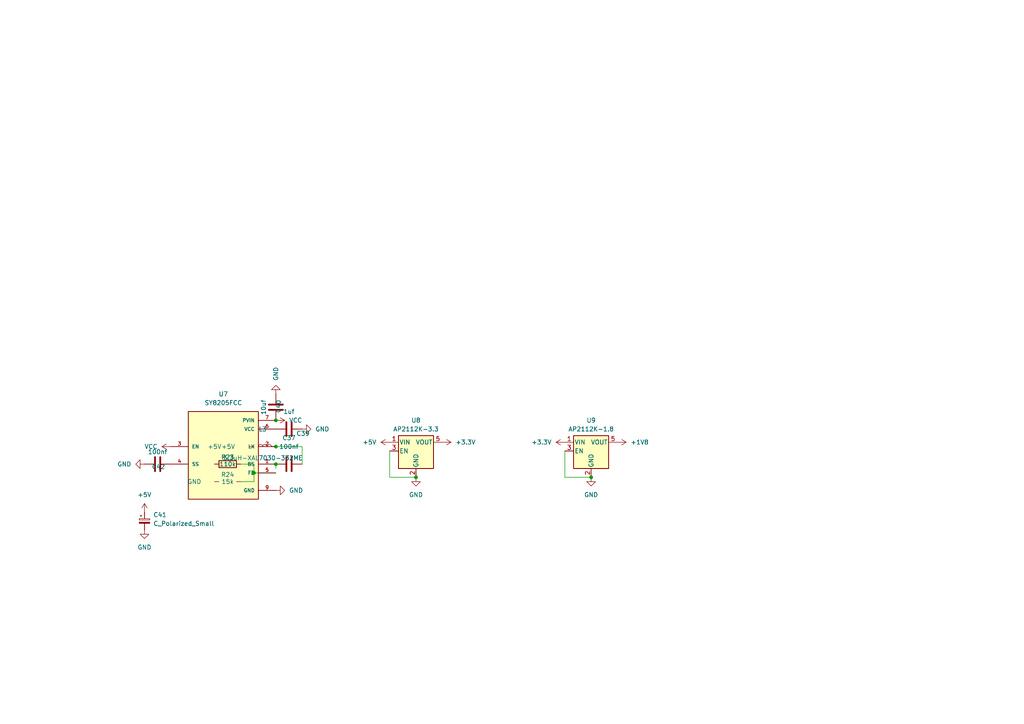
<source format=kicad_sch>
(kicad_sch (version 20250114) (generator "eeschema") (generator_version "9.0")
  (paper "A4")
  (title_block (title "Blitz"))
  (lib_symbols
    (symbol "Device:C" (pin_numbers (hide yes)) (pin_names (offset 0.254))
      (property "Reference" "C" (at 0.635 2.54 0))
      (property "Value" "C" (at 0.635 -2.54 0))
      (symbol "C_0_1"
        (polyline (pts (xy -2.032 0.762) (xy 2.032 0.762)) (stroke (width 0.508)))
        (polyline (pts (xy -2.032 -0.762) (xy 2.032 -0.762)) (stroke (width 0.508)))
      )
      (symbol "C_1_1"
        (pin passive line (at 0 3.81 270) (length 2.794) (name "~") (number "1"))
        (pin passive line (at 0 -3.81 90) (length 2.794) (name "~") (number "2"))
      )
    )
    (symbol "Device:C_Polarized_Small" (pin_numbers (hide yes)) (pin_names (offset 0.254) (hide yes))
      (property "Reference" "C" (at 0.254 1.778 0))
      (property "Value" "C_Polarized_Small" (at 0.254 -2.032 0))
      (symbol "C_Polarized_Small_0_1"
        (rectangle (start -1.524 0.6858) (end 1.524 0.3048))
        (rectangle (start -1.524 -0.3048) (end 1.524 -0.6858) (fill (type outline)))
        (polyline (pts (xy -1.27 1.524) (xy -0.762 1.524)))
        (polyline (pts (xy -1.016 1.27) (xy -1.016 1.778)))
      )
      (symbol "C_Polarized_Small_1_1"
        (pin passive line (at 0 2.54 270) (length 1.8542) (name "~") (number "1"))
        (pin passive line (at 0 -2.54 90) (length 1.8542) (name "~") (number "2"))
      )
    )
    (symbol "Device:L" (pin_numbers (hide yes)) (pin_names (offset 1.016) (hide yes))
      (property "Reference" "L" (at -1.27 0 90))
      (property "Value" "L" (at 1.905 0 90))
      (symbol "L_0_1"
        (arc (start 0 2.54) (mid 0.6323 1.905) (end 0 1.27))
        (arc (start 0 1.27) (mid 0.6323 0.635) (end 0 0))
        (arc (start 0 0) (mid 0.6323 -0.635) (end 0 -1.27))
        (arc (start 0 -1.27) (mid 0.6323 -1.905) (end 0 -2.54))
      )
      (symbol "L_1_1"
        (pin passive line (at 0 3.81 270) (length 1.27) (name "1") (number "1"))
        (pin passive line (at 0 -3.81 90) (length 1.27) (name "2") (number "2"))
      )
    )
    (symbol "Device:R" (pin_numbers (hide yes)) (pin_names (offset 0))
      (property "Reference" "R" (at 2.032 0 90))
      (property "Value" "R" (at 0 0 90))
      (symbol "R_0_1"
        (rectangle (start -1.016 -2.54) (end 1.016 2.54) (stroke (width 0.254)))
      )
      (symbol "R_1_1"
        (pin passive line (at 0 3.81 270) (length 1.27) (name "~") (number "1"))
        (pin passive line (at 0 -3.81 90) (length 1.27) (name "~") (number "2"))
      )
    )
    (symbol "Regulator_Linear:AP2112K-1.8" (pin_names (offset 0.254))
      (property "Reference" "U" (at -5.08 5.715 0))
      (property "Value" "AP2112K-1.8" (at 0 5.715 0))
      (symbol "AP2112K-1.8_0_1"
        (rectangle (start -5.08 4.445) (end 5.08 -5.08) (stroke (width 0.254)) (fill (type background)))
      )
      (symbol "AP2112K-1.8_1_1"
        (pin power_in line (at -7.62 2.54 0) (length 2.54) (name "VIN") (number "1"))
        (pin input line (at -7.62 0 0) (length 2.54) (name "EN") (number "3"))
        (pin power_in line (at 0 -7.62 90) (length 2.54) (name "GND") (number "2"))
        (pin no_connect line (at 5.08 0 180) (length 2.54) (hide yes) (name "NC") (number "4"))
        (pin power_out line (at 7.62 2.54 180) (length 2.54) (name "VOUT") (number "5"))
      )
    )
    (symbol "Regulator_Linear:AP2112K-3.3" (pin_names (offset 0.254))
      (property "Reference" "U" (at -5.08 5.715 0))
      (property "Value" "AP2112K-3.3" (at 0 5.715 0))
      (symbol "AP2112K-3.3_0_1"
        (rectangle (start -5.08 4.445) (end 5.08 -5.08) (stroke (width 0.254)) (fill (type background)))
      )
      (symbol "AP2112K-3.3_1_1"
        (pin power_in line (at -7.62 2.54 0) (length 2.54) (name "VIN") (number "1"))
        (pin input line (at -7.62 0 0) (length 2.54) (name "EN") (number "3"))
        (pin power_in line (at 0 -7.62 90) (length 2.54) (name "GND") (number "2"))
        (pin no_connect line (at 5.08 0 180) (length 2.54) (hide yes) (name "NC") (number "4"))
        (pin power_out line (at 7.62 2.54 180) (length 2.54) (name "VOUT") (number "5"))
      )
    )
    (symbol "SY8205FCC:SY8205FCC" (pin_names (offset 1.016))
      (property "Reference" "U" (at -10.16 13.335 0))
      (property "Value" "SY8205FCC" (at -10.16 -15.24 0))
      (symbol "SY8205FCC_0_0"
        (rectangle (start -10.16 -12.7) (end 10.16 12.7) (stroke (width 0.254)) (fill (type background)))
        (pin passive line (at -15.24 2.54 0) (length 5.08) (name "EN") (number "3"))
        (pin passive line (at -15.24 -2.54 0) (length 5.08) (name "SS") (number "4"))
        (pin power_in line (at 15.24 10.16 180) (length 5.08) (name "PVIN") (number "7"))
        (pin power_in line (at 15.24 10.16 180) (length 5.08) (hide yes) (name "PVIN") (number "8"))
        (pin power_in line (at 15.24 7.62 180) (length 5.08) (name "VCC") (number "6"))
        (pin output line (at 15.24 2.54 180) (length 5.08) (name "LX") (number "2"))
        (pin passive line (at 15.24 -2.54 180) (length 5.08) (name "BS") (number "1"))
        (pin passive line (at 15.24 -5.08 180) (length 5.08) (name "FB") (number "5"))
        (pin power_in line (at 15.24 -10.16 180) (length 5.08) (name "GND") (number "9"))
      )
    )
    (symbol "power:+1V8" (power) (pin_numbers (hide yes)) (pin_names (offset 0) (hide yes))
      (property "Value" "+1V8" (at 0 3.556 0))
      (symbol "+1V8_0_1"
        (polyline (pts (xy -0.762 1.27) (xy 0 2.54)))
        (polyline (pts (xy 0 2.54) (xy 0.762 1.27)))
        (polyline (pts (xy 0 0) (xy 0 2.54)))
      )
      (symbol "+1V8_1_1"
        (pin power_in line (at 0 0 90) (length 0) (name "~") (number "1"))
      )
    )
    (symbol "power:+3.3V" (power) (pin_numbers (hide yes)) (pin_names (offset 0) (hide yes))
      (property "Value" "+3.3V" (at 0 3.556 0))
      (symbol "+3.3V_0_1"
        (polyline (pts (xy -0.762 1.27) (xy 0 2.54)))
        (polyline (pts (xy 0 2.54) (xy 0.762 1.27)))
        (polyline (pts (xy 0 0) (xy 0 2.54)))
      )
      (symbol "+3.3V_1_1"
        (pin power_in line (at 0 0 90) (length 0) (name "~") (number "1"))
      )
    )
    (symbol "power:+5V" (power) (pin_numbers (hide yes)) (pin_names (offset 0) (hide yes))
      (property "Value" "+5V" (at 0 3.556 0))
      (symbol "+5V_0_1"
        (polyline (pts (xy -0.762 1.27) (xy 0 2.54)))
        (polyline (pts (xy 0 2.54) (xy 0.762 1.27)))
        (polyline (pts (xy 0 0) (xy 0 2.54)))
      )
      (symbol "+5V_1_1"
        (pin power_in line (at 0 0 90) (length 0) (name "~") (number "1"))
      )
    )
    (symbol "power:GND" (power) (pin_numbers (hide yes)) (pin_names (offset 0) (hide yes))
      (property "Value" "GND" (at 0 -3.81 0))
      (symbol "GND_0_1"
        (polyline (pts (xy 0 0) (xy 0 -1.27) (xy 1.27 -1.27) (xy 0 -2.54) (xy -1.27 -1.27) (xy 0 -1.27)))
      )
      (symbol "GND_1_1"
        (pin power_in line (at 0 0 270) (length 0) (name "~") (number "1"))
      )
    )
    (symbol "power:VCC" (power) (pin_numbers (hide yes)) (pin_names (offset 0) (hide yes))
      (property "Value" "VCC" (at 0 3.556 0))
      (symbol "VCC_0_1"
        (polyline (pts (xy -0.762 1.27) (xy 0 2.54)))
        (polyline (pts (xy 0 2.54) (xy 0.762 1.27)))
        (polyline (pts (xy 0 0) (xy 0 2.54)))
      )
      (symbol "VCC_1_1"
        (pin power_in line (at 0 0 90) (length 0) (name "~") (number "1"))
      )
    )
  )
  (junction (at 73.66 137.16))
  (junction (at 171.45 138.43))
  (junction (at 80.01 129.54))
  (junction (at 80.01 134.62))
  (junction (at 80.01 121.92))
  (junction (at 120.65 138.43))
  (wire (pts (xy 80.01 129.54) (xy 87.63 129.54)))
  (wire (pts (xy 73.66 134.62) (xy 73.66 137.16)))
  (wire (pts (xy 80.01 135.89) (xy 80.01 134.62)))
  (wire (pts (xy 87.63 129.54) (xy 87.63 134.62)))
  (wire (pts (xy 73.66 137.16) (xy 80.01 137.16)))
  (wire (pts (xy 73.66 137.16) (xy 73.66 139.7)))
  (wire (pts (xy 69.85 134.62) (xy 73.66 134.62)))
  (wire (pts (xy 120.65 138.43) (xy 113.03 138.43)))
  (wire (pts (xy 171.45 138.43) (xy 163.83 138.43)))
  (wire (pts (xy 113.03 138.43) (xy 113.03 130.81)))
  (wire (pts (xy 69.85 139.7) (xy 73.66 139.7)))
  (wire (pts (xy 163.83 138.43) (xy 163.83 130.81)))
  (symbol (lib_id "Device:C_Polarized_Small") (at 41.91 151.13 0) (unit 1)
    (property "Reference" "C41" (at 44.45 149.3138 0) (effects (justify left)))
    (property "Value" "C_Polarized_Small" (at 44.45 151.8538 0) (effects (justify left)))
    (property "Footprint" "Capacitor_SMD:CP_Elec_3x5.3" (effects (hide yes)))
    (property "Description" "Polarized capacitor, small symbol" (effects (hide yes)))
  )
  (symbol (lib_id "Device:C") (at 45.72 134.62 90) (unit 1)
    (property "Reference" "C42" (at 45.974 135.382 90))
    (property "Value" "100nf" (at 45.72 131.064 90))
    (property "Footprint" "Capacitor_SMD:C_0402_1005Metric" (effects (hide yes)))
    (property "Description" "Unpolarized capacitor" (effects (hide yes)))
  )
  (symbol (lib_id "power:GND") (at 87.63 124.46 90) (unit 1)
    (property "Reference" "#PWR037" (effects (hide yes)))
    (property "Value" "GND" (at 91.44 124.4599 90) (effects (justify right)))
    (property "Description" "Power symbol creates a global label with name \"GND\" , ground" (effects (hide yes)))
  )
  (symbol (lib_id "power:GND") (at 41.91 134.62 270) (unit 1)
    (property "Reference" "#PWR045" (effects (hide yes)))
    (property "Value" "GND" (at 38.1 134.6199 90) (effects (justify right)))
    (property "Description" "Power symbol creates a global label with name \"GND\" , ground" (effects (hide yes)))
  )
  (symbol (lib_id "Regulator_Linear:AP2112K-1.8") (at 171.45 130.81 0) (unit 1)
    (property "Reference" "U9" (at 171.45 121.92 0))
    (property "Value" "AP2112K-1.8" (at 171.45 124.46 0))
    (property "Footprint" "Package_TO_SOT_SMD:SOT-23-5" (effects (hide yes)))
    (property "Datasheet" "https://www.diodes.com/assets/Datasheets/AP2112.pdf" (effects (hide yes)))
    (property "Description" "600mA low dropout linear regulator, with enable pin, 2.5V-6V input voltage range, 1.8V fixed positive output, SOT-23-5" (effects (hide yes)))
  )
  (symbol (lib_id "Device:C") (at 83.82 134.62 90) (unit 1)
    (property "Reference" "C37" (at 83.82 127 90))
    (property "Value" "100nf" (at 83.82 129.54 90))
    (property "Footprint" "Capacitor_SMD:C_1206_3216Metric_Pad1.33x1.80mm_HandSolder" (effects (hide yes)))
    (property "Description" "Unpolarized capacitor" (effects (hide yes)))
  )
  (symbol (lib_id "Device:C") (at 83.82 124.46 90) (unit 1)
    (property "Reference" "C39" (at 87.884 125.73 90))
    (property "Value" "1uf" (at 83.82 119.38 90))
    (property "Footprint" "Capacitor_SMD:C_1206_3216Metric_Pad1.33x1.80mm_HandSolder" (effects (hide yes)))
    (property "Description" "Unpolarized capacitor" (effects (hide yes)))
  )
  (symbol (lib_id "power:GND") (at 41.91 153.67 0) (unit 1)
    (property "Reference" "#PWR044" (effects (hide yes)))
    (property "Value" "GND" (at 41.91 158.75 0))
    (property "Description" "Power symbol creates a global label with name \"GND\" , ground" (effects (hide yes)))
  )
  (symbol (lib_id "power:+3.3V") (at 163.83 128.27 90) (unit 1)
    (property "Reference" "#PWR050" (effects (hide yes)))
    (property "Value" "+3.3V" (at 160.02 128.2699 90) (effects (justify left)))
    (property "Description" "Power symbol creates a global label with name \"+3.3V\"" (effects (hide yes)))
  )
  (symbol (lib_id "power:GND") (at 120.65 138.43 0) (unit 1)
    (property "Reference" "#PWR046" (effects (hide yes)))
    (property "Value" "GND" (at 120.65 143.51 0))
    (property "Description" "Power symbol creates a global label with name \"GND\" , ground" (effects (hide yes)))
  )
  (symbol (lib_id "Device:C") (at 80.01 118.11 180) (unit 1)
    (property "Reference" "C40" (at 80.772 117.856 90))
    (property "Value" "10uf" (at 76.454 118.11 90))
    (property "Footprint" "Capacitor_SMD:C_0402_1005Metric" (effects (hide yes)))
    (property "Description" "Unpolarized capacitor" (effects (hide yes)))
  )
  (symbol (lib_id "Device:L") (at 76.2 129.54 90) (unit 1)
    (property "Reference" "L3" (at 76.2 124.46 90))
    (property "Value" "3.3uH-XAL7030-332ME" (at 76.2 132.842 90))
    (property "Footprint" "Inductor_SMD:L_6.3x6.3_H3" (effects (hide yes)))
    (property "Description" "Inductor" (effects (hide yes)))
  )
  (symbol (lib_id "power:GND") (at 62.23 139.7 270) (unit 1)
    (property "Reference" "#PWR042" (effects (hide yes)))
    (property "Value" "GND" (at 58.42 139.6999 90) (effects (justify right)))
    (property "Description" "Power symbol creates a global label with name \"GND\" , ground" (effects (hide yes)))
  )
  (symbol (lib_id "Regulator_Linear:AP2112K-3.3") (at 120.65 130.81 0) (unit 1)
    (property "Reference" "U8" (at 120.65 121.92 0))
    (property "Value" "AP2112K-3.3" (at 120.65 124.46 0))
    (property "Footprint" "Package_TO_SOT_SMD:SOT-23-5" (effects (hide yes)))
    (property "Datasheet" "https://www.diodes.com/assets/Datasheets/AP2112.pdf" (effects (hide yes)))
    (property "Description" "600mA low dropout linear regulator, with enable pin, 3.8V-6V input voltage range, 3.3V fixed positive output, SOT-23-5" (effects (hide yes)))
  )
  (symbol (lib_id "power:+5V") (at 62.23 134.62 0) (unit 1)
    (property "Reference" "#PWR040" (effects (hide yes)))
    (property "Value" "+5V" (at 62.23 129.54 0))
    (property "Description" "Power symbol creates a global label with name \"+5V\"" (effects (hide yes)))
  )
  (symbol (lib_id "SY8205FCC:SY8205FCC") (at 64.77 132.08 0) (unit 1)
    (property "Reference" "U7" (at 64.77 114.3 0))
    (property "Value" "SY8205FCC" (at 64.77 116.84 0))
    (property "Footprint" "SY8205FCC:VREG_SY8205FCC" (effects (hide yes)))
    (property "MF" "Silergy" (effects (hide yes)))
    (property "MAXIMUM_PACKAGE_HEIGHT" "1.60 mm" (effects (hide yes)))
    (property "Package" "Package" (effects (hide yes)))
    (property "Price" "None" (effects (hide yes)))
    (property "Check_prices" "https://www.snapeda.com/parts/SY8205FCC/Silergy/view-part/?ref=eda" (effects (hide yes)))
    (property "STANDARD" "Manufacturer Recommendations" (effects (hide yes)))
    (property "PARTREV" "0.4" (effects (hide yes)))
    (property "SnapEDA_Link" "https://www.snapeda.com/parts/SY8205FCC/Silergy/view-part/?ref=snap" (effects (hide yes)))
    (property "MP" "SY8205FCC" (effects (hide yes)))
    (property "Description_1" "High-Efficiency Fast Response，5A, 30V Input Synchronous Step Down Regulator" (effects (hide yes)))
    (property "Availability" "In Stock" (effects (hide yes)))
    (property "MANUFACTURER" "Silergy" (effects (hide yes)))
  )
  (symbol (lib_id "power:+5V") (at 41.91 148.59 0) (unit 1)
    (property "Reference" "#PWR043" (effects (hide yes)))
    (property "Value" "+5V" (at 41.91 143.51 0))
    (property "Description" "Power symbol creates a global label with name \"+5V\"" (effects (hide yes)))
  )
  (symbol (lib_id "power:GND") (at 171.45 138.43 0) (unit 1)
    (property "Reference" "#PWR049" (effects (hide yes)))
    (property "Value" "GND" (at 171.45 143.51 0))
    (property "Description" "Power symbol creates a global label with name \"GND\" , ground" (effects (hide yes)))
  )
  (symbol (lib_id "power:+1V8") (at 179.07 128.27 270) (unit 1)
    (property "Reference" "#PWR051" (effects (hide yes)))
    (property "Value" "+1V8" (at 182.88 128.2699 90) (effects (justify left)))
    (property "Description" "Power symbol creates a global label with name \"+1V8\"" (effects (hide yes)))
  )
  (symbol (lib_id "Device:R") (at 66.04 134.62 90) (unit 1)
    (property "Reference" "R23" (at 66.04 132.588 90))
    (property "Value" "110k" (at 66.04 134.62 90))
    (property "Footprint" "Resistor_SMD:R_0508_1220Metric_Pad1.12x2.15mm_HandSolder" (effects (hide yes)))
    (property "Description" "Resistor" (effects (hide yes)))
  )
  (symbol (lib_id "power:+5V") (at 113.03 128.27 90) (unit 1)
    (property "Reference" "#PWR047" (effects (hide yes)))
    (property "Value" "+5V" (at 109.22 128.2699 90) (effects (justify left)))
    (property "Description" "Power symbol creates a global label with name \"+5V\"" (effects (hide yes)))
  )
  (symbol (lib_id "power:GND") (at 80.01 114.3 180) (unit 1)
    (property "Reference" "#PWR039" (effects (hide yes)))
    (property "Value" "GND" (at 80.0099 110.49 90) (effects (justify right)))
    (property "Description" "Power symbol creates a global label with name \"GND\" , ground" (effects (hide yes)))
  )
  (symbol (lib_id "power:VCC") (at 80.01 121.92 270) (unit 1)
    (property "Reference" "#PWR036" (effects (hide yes)))
    (property "Value" "VCC" (at 83.82 121.9199 90) (effects (justify left)))
    (property "Description" "Power symbol creates a global label with name \"VCC\"" (effects (hide yes)))
  )
  (symbol (lib_id "power:+3.3V") (at 128.27 128.27 270) (unit 1)
    (property "Reference" "#PWR048" (effects (hide yes)))
    (property "Value" "+3.3V" (at 132.08 128.2699 90) (effects (justify left)))
    (property "Description" "Power symbol creates a global label with name \"+3.3V\"" (effects (hide yes)))
  )
  (symbol (lib_id "power:GND") (at 80.01 142.24 90) (unit 1)
    (property "Reference" "#PWR035" (effects (hide yes)))
    (property "Value" "GND" (at 83.82 142.2399 90) (effects (justify right)))
    (property "Description" "Power symbol creates a global label with name \"GND\" , ground" (effects (hide yes)))
  )
  (symbol (lib_id "power:+5V") (at 72.39 129.54 90) (unit 1)
    (property "Reference" "#PWR041" (effects (hide yes)))
    (property "Value" "+5V" (at 68.2348 129.5399 90) (effects (justify left)))
    (property "Description" "Power symbol creates a global label with name \"+5V\"" (effects (hide yes)))
  )
  (symbol (lib_id "Device:R") (at 66.04 139.7 90) (unit 1)
    (property "Reference" "R24" (at 66.04 137.668 90))
    (property "Value" "15k" (at 66.04 139.7 90))
    (property "Footprint" "Resistor_SMD:R_0508_1220Metric" (effects (hide yes)))
    (property "Description" "Resistor" (effects (hide yes)))
  )
  (symbol (lib_id "power:VCC") (at 49.53 129.54 90) (unit 1)
    (property "Reference" "#PWR038" (effects (hide yes)))
    (property "Value" "VCC" (at 45.72 129.5399 90) (effects (justify left)))
    (property "Description" "Power symbol creates a global label with name \"VCC\"" (effects (hide yes)))
  )
)
</source>
